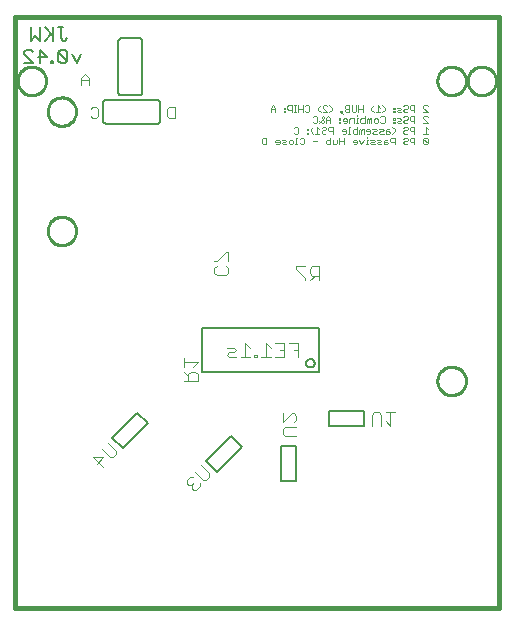
<source format=gbo>
G75*
%MOIN*%
%OFA0B0*%
%FSLAX24Y24*%
%IPPOS*%
%LPD*%
%AMOC8*
5,1,8,0,0,1.08239X$1,22.5*
%
%ADD10C,0.0160*%
%ADD11C,0.0060*%
%ADD12C,0.0030*%
%ADD13C,0.0020*%
%ADD14C,0.0100*%
%ADD15C,0.0080*%
%ADD16C,0.0040*%
%ADD17C,0.0050*%
D10*
X002254Y004003D02*
X018396Y004003D01*
X018396Y023688D01*
X002254Y023688D01*
X002254Y004003D01*
D11*
X005301Y020138D02*
X007001Y020138D01*
X007018Y020140D01*
X007035Y020144D01*
X007051Y020151D01*
X007065Y020161D01*
X007078Y020174D01*
X007088Y020188D01*
X007095Y020204D01*
X007099Y020221D01*
X007101Y020238D01*
X007101Y020838D01*
X007099Y020855D01*
X007095Y020872D01*
X007088Y020888D01*
X007078Y020902D01*
X007065Y020915D01*
X007051Y020925D01*
X007035Y020932D01*
X007018Y020936D01*
X007001Y020938D01*
X005301Y020938D01*
X005284Y020936D01*
X005267Y020932D01*
X005251Y020925D01*
X005237Y020915D01*
X005224Y020902D01*
X005214Y020888D01*
X005207Y020872D01*
X005203Y020855D01*
X005201Y020838D01*
X005201Y020238D01*
X005203Y020221D01*
X005207Y020204D01*
X005214Y020188D01*
X005224Y020174D01*
X005237Y020161D01*
X005251Y020151D01*
X005267Y020144D01*
X005284Y020140D01*
X005301Y020138D01*
X005812Y021084D02*
X006412Y021084D01*
X006429Y021086D01*
X006446Y021090D01*
X006462Y021097D01*
X006476Y021107D01*
X006489Y021120D01*
X006499Y021134D01*
X006506Y021150D01*
X006510Y021167D01*
X006512Y021184D01*
X006512Y022884D01*
X006510Y022901D01*
X006506Y022918D01*
X006499Y022934D01*
X006489Y022948D01*
X006476Y022961D01*
X006462Y022971D01*
X006446Y022978D01*
X006429Y022982D01*
X006412Y022984D01*
X005812Y022984D01*
X005795Y022982D01*
X005778Y022978D01*
X005762Y022971D01*
X005748Y022961D01*
X005735Y022948D01*
X005725Y022934D01*
X005718Y022918D01*
X005714Y022901D01*
X005712Y022884D01*
X005712Y021184D01*
X005714Y021167D01*
X005718Y021150D01*
X005725Y021134D01*
X005735Y021120D01*
X005748Y021107D01*
X005762Y021097D01*
X005778Y021090D01*
X005795Y021086D01*
X005812Y021084D01*
X004323Y022153D02*
X004176Y022447D01*
X004009Y022520D02*
X004009Y022227D01*
X003716Y022520D01*
X003716Y022227D01*
X003789Y022153D01*
X003936Y022153D01*
X004009Y022227D01*
X004009Y022520D02*
X003936Y022594D01*
X003789Y022594D01*
X003716Y022520D01*
X003549Y022227D02*
X003476Y022227D01*
X003476Y022153D01*
X003549Y022153D01*
X003549Y022227D01*
X003319Y022373D02*
X003025Y022373D01*
X002858Y022520D02*
X002785Y022594D01*
X002638Y022594D01*
X002565Y022520D01*
X002565Y022447D01*
X002858Y022153D01*
X002565Y022153D01*
X003099Y022153D02*
X003099Y022594D01*
X003319Y022373D01*
X003255Y022903D02*
X003476Y023123D01*
X003549Y023050D02*
X003255Y023344D01*
X003089Y023344D02*
X003089Y022903D01*
X002942Y023050D01*
X002795Y022903D01*
X002795Y023344D01*
X003549Y023344D02*
X003549Y022903D01*
X003789Y022977D02*
X003789Y023344D01*
X003716Y023344D02*
X003863Y023344D01*
X003789Y022977D02*
X003863Y022903D01*
X003936Y022903D01*
X004009Y022977D01*
X004470Y022447D02*
X004323Y022153D01*
D12*
X004596Y021790D02*
X004472Y021666D01*
X004472Y021420D01*
X004472Y021605D02*
X004719Y021605D01*
X004719Y021666D02*
X004719Y021420D01*
X004719Y021666D02*
X004596Y021790D01*
X004849Y020687D02*
X004972Y020687D01*
X005034Y020626D01*
X005034Y020379D01*
X004972Y020317D01*
X004849Y020317D01*
X004787Y020379D01*
X004787Y020626D02*
X004849Y020687D01*
X007346Y020626D02*
X007346Y020379D01*
X007408Y020317D01*
X007593Y020317D01*
X007593Y020687D01*
X007408Y020687D01*
X007346Y020626D01*
D13*
X010499Y019630D02*
X010536Y019666D01*
X010646Y019666D01*
X010646Y019446D01*
X010536Y019446D01*
X010499Y019483D01*
X010499Y019630D01*
X010941Y019556D02*
X010941Y019519D01*
X011088Y019519D01*
X011088Y019483D02*
X011088Y019556D01*
X011051Y019593D01*
X010978Y019593D01*
X010941Y019556D01*
X010978Y019446D02*
X011051Y019446D01*
X011088Y019483D01*
X011162Y019483D02*
X011199Y019519D01*
X011272Y019519D01*
X011309Y019556D01*
X011272Y019593D01*
X011162Y019593D01*
X011162Y019483D02*
X011199Y019446D01*
X011309Y019446D01*
X011383Y019483D02*
X011383Y019556D01*
X011420Y019593D01*
X011493Y019593D01*
X011530Y019556D01*
X011530Y019483D01*
X011493Y019446D01*
X011420Y019446D01*
X011383Y019483D01*
X011604Y019446D02*
X011677Y019446D01*
X011641Y019446D02*
X011641Y019666D01*
X011677Y019666D01*
X011751Y019630D02*
X011788Y019666D01*
X011862Y019666D01*
X011898Y019630D01*
X011898Y019483D01*
X011862Y019446D01*
X011788Y019446D01*
X011751Y019483D01*
X011677Y019806D02*
X011604Y019806D01*
X011567Y019843D01*
X011677Y019806D02*
X011714Y019843D01*
X011714Y019990D01*
X011677Y020026D01*
X011604Y020026D01*
X011567Y019990D01*
X012009Y019953D02*
X012009Y019916D01*
X012046Y019916D01*
X012046Y019953D01*
X012009Y019953D01*
X012009Y019843D02*
X012009Y019806D01*
X012046Y019806D01*
X012046Y019843D01*
X012009Y019843D01*
X012119Y019879D02*
X012119Y019953D01*
X012193Y020026D01*
X012230Y020166D02*
X012193Y020203D01*
X012230Y020166D02*
X012304Y020166D01*
X012340Y020203D01*
X012340Y020350D01*
X012304Y020386D01*
X012230Y020386D01*
X012193Y020350D01*
X012046Y020526D02*
X011972Y020526D01*
X011936Y020563D01*
X011861Y020526D02*
X011861Y020746D01*
X011936Y020710D02*
X011972Y020746D01*
X012046Y020746D01*
X012082Y020710D01*
X012082Y020563D01*
X012046Y020526D01*
X011861Y020636D02*
X011715Y020636D01*
X011715Y020746D02*
X011715Y020526D01*
X011640Y020526D02*
X011567Y020526D01*
X011604Y020526D02*
X011604Y020746D01*
X011640Y020746D02*
X011567Y020746D01*
X011493Y020746D02*
X011383Y020746D01*
X011346Y020710D01*
X011346Y020636D01*
X011383Y020599D01*
X011493Y020599D01*
X011493Y020526D02*
X011493Y020746D01*
X011272Y020673D02*
X011272Y020636D01*
X011235Y020636D01*
X011235Y020673D01*
X011272Y020673D01*
X011272Y020563D02*
X011272Y020526D01*
X011235Y020526D01*
X011235Y020563D01*
X011272Y020563D01*
X010941Y020526D02*
X010941Y020673D01*
X010867Y020746D01*
X010794Y020673D01*
X010794Y020526D01*
X010794Y020636D02*
X010941Y020636D01*
X012119Y019879D02*
X012193Y019806D01*
X012267Y019806D02*
X012414Y019806D01*
X012340Y019806D02*
X012340Y020026D01*
X012414Y019953D01*
X012488Y019990D02*
X012525Y020026D01*
X012598Y020026D01*
X012635Y019990D01*
X012635Y019953D01*
X012598Y019916D01*
X012525Y019916D01*
X012488Y019879D01*
X012488Y019843D01*
X012525Y019806D01*
X012598Y019806D01*
X012635Y019843D01*
X012709Y019916D02*
X012709Y019990D01*
X012746Y020026D01*
X012856Y020026D01*
X012856Y019806D01*
X012856Y019879D02*
X012746Y019879D01*
X012709Y019916D01*
X012782Y019666D02*
X012782Y019446D01*
X012672Y019446D01*
X012635Y019483D01*
X012635Y019556D01*
X012672Y019593D01*
X012782Y019593D01*
X012856Y019593D02*
X012856Y019446D01*
X012966Y019446D01*
X013003Y019483D01*
X013003Y019593D01*
X013077Y019556D02*
X013224Y019556D01*
X013224Y019446D02*
X013224Y019666D01*
X013188Y019806D02*
X013261Y019806D01*
X013298Y019843D01*
X013298Y019916D01*
X013261Y019953D01*
X013188Y019953D01*
X013151Y019916D01*
X013151Y019879D01*
X013298Y019879D01*
X013372Y019806D02*
X013445Y019806D01*
X013408Y019806D02*
X013408Y020026D01*
X013445Y020026D01*
X013519Y019916D02*
X013556Y019953D01*
X013666Y019953D01*
X013666Y020026D02*
X013666Y019806D01*
X013556Y019806D01*
X013519Y019843D01*
X013519Y019916D01*
X013740Y019916D02*
X013777Y019953D01*
X013814Y019916D01*
X013814Y019806D01*
X013887Y019806D02*
X013887Y019953D01*
X013850Y019953D01*
X013814Y019916D01*
X013740Y019916D02*
X013740Y019806D01*
X013740Y019593D02*
X013814Y019446D01*
X013887Y019593D01*
X013998Y019593D02*
X013998Y019446D01*
X014034Y019446D02*
X013961Y019446D01*
X013998Y019593D02*
X014034Y019593D01*
X014109Y019593D02*
X014219Y019593D01*
X014255Y019556D01*
X014219Y019519D01*
X014145Y019519D01*
X014109Y019483D01*
X014145Y019446D01*
X014255Y019446D01*
X014330Y019483D02*
X014366Y019519D01*
X014440Y019519D01*
X014476Y019556D01*
X014440Y019593D01*
X014330Y019593D01*
X014330Y019483D02*
X014366Y019446D01*
X014476Y019446D01*
X014551Y019446D02*
X014661Y019446D01*
X014697Y019483D01*
X014661Y019519D01*
X014551Y019519D01*
X014551Y019556D02*
X014551Y019446D01*
X014551Y019556D02*
X014587Y019593D01*
X014661Y019593D01*
X014772Y019630D02*
X014772Y019556D01*
X014808Y019519D01*
X014918Y019519D01*
X014918Y019446D02*
X014918Y019666D01*
X014808Y019666D01*
X014772Y019630D01*
X014734Y019806D02*
X014771Y019843D01*
X014734Y019879D01*
X014624Y019879D01*
X014624Y019916D02*
X014624Y019806D01*
X014734Y019806D01*
X014845Y019806D02*
X014918Y019879D01*
X014918Y019953D01*
X014845Y020026D01*
X014734Y019953D02*
X014661Y019953D01*
X014624Y019916D01*
X014550Y019916D02*
X014513Y019953D01*
X014403Y019953D01*
X014440Y019879D02*
X014403Y019843D01*
X014440Y019806D01*
X014550Y019806D01*
X014513Y019879D02*
X014550Y019916D01*
X014513Y019879D02*
X014440Y019879D01*
X014329Y019916D02*
X014292Y019953D01*
X014182Y019953D01*
X014219Y019879D02*
X014182Y019843D01*
X014219Y019806D01*
X014329Y019806D01*
X014292Y019879D02*
X014329Y019916D01*
X014292Y019879D02*
X014219Y019879D01*
X014108Y019879D02*
X013961Y019879D01*
X013961Y019916D01*
X013998Y019953D01*
X014071Y019953D01*
X014108Y019916D01*
X014108Y019843D01*
X014071Y019806D01*
X013998Y019806D01*
X013998Y019703D02*
X013998Y019666D01*
X013666Y019556D02*
X013629Y019593D01*
X013556Y019593D01*
X013519Y019556D01*
X013519Y019519D01*
X013666Y019519D01*
X013666Y019483D02*
X013666Y019556D01*
X013666Y019483D02*
X013629Y019446D01*
X013556Y019446D01*
X013077Y019446D02*
X013077Y019666D01*
X013077Y020166D02*
X013114Y020166D01*
X013114Y020203D01*
X013077Y020203D01*
X013077Y020166D01*
X013077Y020276D02*
X013114Y020276D01*
X013114Y020313D01*
X013077Y020313D01*
X013077Y020276D01*
X013188Y020276D02*
X013188Y020239D01*
X013335Y020239D01*
X013335Y020203D02*
X013335Y020276D01*
X013298Y020313D01*
X013225Y020313D01*
X013188Y020276D01*
X013225Y020166D02*
X013298Y020166D01*
X013335Y020203D01*
X013409Y020166D02*
X013409Y020276D01*
X013446Y020313D01*
X013556Y020313D01*
X013556Y020166D01*
X013630Y020166D02*
X013703Y020166D01*
X013666Y020166D02*
X013666Y020313D01*
X013703Y020313D01*
X013666Y020386D02*
X013666Y020423D01*
X013703Y020526D02*
X013703Y020746D01*
X013629Y020746D02*
X013629Y020563D01*
X013593Y020526D01*
X013519Y020526D01*
X013483Y020563D01*
X013483Y020746D01*
X013408Y020746D02*
X013408Y020526D01*
X013298Y020526D01*
X013262Y020563D01*
X013262Y020599D01*
X013298Y020636D01*
X013408Y020636D01*
X013298Y020636D02*
X013262Y020673D01*
X013262Y020710D01*
X013298Y020746D01*
X013408Y020746D01*
X013151Y020563D02*
X013151Y020526D01*
X013114Y020526D01*
X013114Y020563D01*
X013151Y020563D01*
X013114Y020526D02*
X013187Y020453D01*
X012819Y020599D02*
X012819Y020673D01*
X012746Y020746D01*
X012672Y020710D02*
X012635Y020746D01*
X012562Y020746D01*
X012525Y020710D01*
X012525Y020673D01*
X012672Y020526D01*
X012525Y020526D01*
X012451Y020526D02*
X012377Y020599D01*
X012377Y020673D01*
X012451Y020746D01*
X012524Y020386D02*
X012561Y020350D01*
X012561Y020313D01*
X012414Y020166D01*
X012414Y020239D02*
X012488Y020166D01*
X012524Y020166D01*
X012561Y020203D01*
X012561Y020239D01*
X012488Y020313D01*
X012488Y020350D01*
X012524Y020386D01*
X012635Y020313D02*
X012635Y020166D01*
X012635Y020276D02*
X012782Y020276D01*
X012782Y020313D02*
X012709Y020386D01*
X012635Y020313D01*
X012782Y020313D02*
X012782Y020166D01*
X012746Y020526D02*
X012819Y020599D01*
X012340Y019556D02*
X012193Y019556D01*
X013777Y020203D02*
X013814Y020166D01*
X013924Y020166D01*
X013924Y020386D01*
X013924Y020313D02*
X013814Y020313D01*
X013777Y020276D01*
X013777Y020203D01*
X013998Y020166D02*
X013998Y020276D01*
X014035Y020313D01*
X014072Y020276D01*
X014072Y020166D01*
X014145Y020166D02*
X014145Y020313D01*
X014108Y020313D01*
X014072Y020276D01*
X014219Y020276D02*
X014256Y020313D01*
X014329Y020313D01*
X014366Y020276D01*
X014366Y020203D01*
X014329Y020166D01*
X014256Y020166D01*
X014219Y020203D01*
X014219Y020276D01*
X014440Y020203D02*
X014477Y020166D01*
X014550Y020166D01*
X014587Y020203D01*
X014587Y020350D01*
X014550Y020386D01*
X014477Y020386D01*
X014440Y020350D01*
X014440Y020526D02*
X014293Y020526D01*
X014366Y020526D02*
X014366Y020746D01*
X014440Y020673D01*
X014514Y020746D02*
X014587Y020673D01*
X014587Y020599D01*
X014514Y020526D01*
X014219Y020526D02*
X014145Y020599D01*
X014145Y020673D01*
X014219Y020746D01*
X013850Y020746D02*
X013850Y020526D01*
X013850Y020636D02*
X013703Y020636D01*
X014882Y020636D02*
X014918Y020636D01*
X014918Y020673D01*
X014882Y020673D01*
X014882Y020636D01*
X014882Y020563D02*
X014882Y020526D01*
X014918Y020526D01*
X014918Y020563D01*
X014882Y020563D01*
X014993Y020563D02*
X015029Y020599D01*
X015103Y020599D01*
X015139Y020636D01*
X015103Y020673D01*
X014993Y020673D01*
X014993Y020563D02*
X015029Y020526D01*
X015139Y020526D01*
X015214Y020563D02*
X015250Y020526D01*
X015324Y020526D01*
X015360Y020563D01*
X015324Y020636D02*
X015250Y020636D01*
X015214Y020599D01*
X015214Y020563D01*
X015324Y020636D02*
X015360Y020673D01*
X015360Y020710D01*
X015324Y020746D01*
X015250Y020746D01*
X015214Y020710D01*
X015435Y020710D02*
X015435Y020636D01*
X015471Y020599D01*
X015581Y020599D01*
X015581Y020526D02*
X015581Y020746D01*
X015471Y020746D01*
X015435Y020710D01*
X015471Y020386D02*
X015435Y020350D01*
X015435Y020276D01*
X015471Y020239D01*
X015581Y020239D01*
X015581Y020166D02*
X015581Y020386D01*
X015471Y020386D01*
X015360Y020350D02*
X015360Y020313D01*
X015324Y020276D01*
X015250Y020276D01*
X015214Y020239D01*
X015214Y020203D01*
X015250Y020166D01*
X015324Y020166D01*
X015360Y020203D01*
X015360Y020350D02*
X015324Y020386D01*
X015250Y020386D01*
X015214Y020350D01*
X015139Y020276D02*
X015103Y020313D01*
X014993Y020313D01*
X014918Y020313D02*
X014918Y020276D01*
X014882Y020276D01*
X014882Y020313D01*
X014918Y020313D01*
X014918Y020203D02*
X014918Y020166D01*
X014882Y020166D01*
X014882Y020203D01*
X014918Y020203D01*
X014993Y020203D02*
X015029Y020239D01*
X015103Y020239D01*
X015139Y020276D01*
X015139Y020166D02*
X015029Y020166D01*
X014993Y020203D01*
X015214Y019990D02*
X015250Y020026D01*
X015324Y020026D01*
X015360Y019990D01*
X015360Y019953D01*
X015324Y019916D01*
X015250Y019916D01*
X015214Y019879D01*
X015214Y019843D01*
X015250Y019806D01*
X015324Y019806D01*
X015360Y019843D01*
X015435Y019916D02*
X015435Y019990D01*
X015471Y020026D01*
X015581Y020026D01*
X015581Y019806D01*
X015581Y019879D02*
X015471Y019879D01*
X015435Y019916D01*
X015471Y019666D02*
X015435Y019630D01*
X015435Y019556D01*
X015471Y019519D01*
X015581Y019519D01*
X015581Y019446D02*
X015581Y019666D01*
X015471Y019666D01*
X015360Y019630D02*
X015360Y019593D01*
X015324Y019556D01*
X015250Y019556D01*
X015214Y019519D01*
X015214Y019483D01*
X015250Y019446D01*
X015324Y019446D01*
X015360Y019483D01*
X015360Y019630D02*
X015324Y019666D01*
X015250Y019666D01*
X015214Y019630D01*
X015877Y019630D02*
X016023Y019483D01*
X015987Y019446D01*
X015913Y019446D01*
X015877Y019483D01*
X015877Y019630D01*
X015913Y019666D01*
X015987Y019666D01*
X016023Y019630D01*
X016023Y019483D01*
X016023Y019806D02*
X015877Y019806D01*
X015950Y019806D02*
X015950Y020026D01*
X016023Y019953D01*
X016023Y020166D02*
X015877Y020313D01*
X015877Y020350D01*
X015913Y020386D01*
X015987Y020386D01*
X016023Y020350D01*
X016023Y020526D02*
X015877Y020526D01*
X016023Y020526D02*
X015877Y020673D01*
X015877Y020710D01*
X015913Y020746D01*
X015987Y020746D01*
X016023Y020710D01*
X016023Y020166D02*
X015877Y020166D01*
D14*
X016347Y021562D02*
X016349Y021605D01*
X016355Y021648D01*
X016365Y021690D01*
X016378Y021731D01*
X016395Y021770D01*
X016416Y021808D01*
X016440Y021844D01*
X016467Y021878D01*
X016497Y021908D01*
X016530Y021936D01*
X016566Y021961D01*
X016603Y021983D01*
X016642Y022001D01*
X016683Y022015D01*
X016725Y022026D01*
X016767Y022033D01*
X016810Y022036D01*
X016853Y022035D01*
X016896Y022030D01*
X016938Y022021D01*
X016980Y022009D01*
X017020Y021992D01*
X017058Y021972D01*
X017094Y021949D01*
X017128Y021923D01*
X017160Y021893D01*
X017189Y021861D01*
X017214Y021826D01*
X017237Y021790D01*
X017256Y021751D01*
X017271Y021711D01*
X017283Y021669D01*
X017291Y021627D01*
X017295Y021584D01*
X017295Y021540D01*
X017291Y021497D01*
X017283Y021455D01*
X017271Y021413D01*
X017256Y021373D01*
X017237Y021334D01*
X017214Y021298D01*
X017189Y021263D01*
X017160Y021231D01*
X017128Y021201D01*
X017094Y021175D01*
X017058Y021152D01*
X017020Y021132D01*
X016980Y021115D01*
X016938Y021103D01*
X016896Y021094D01*
X016853Y021089D01*
X016810Y021088D01*
X016767Y021091D01*
X016725Y021098D01*
X016683Y021109D01*
X016642Y021123D01*
X016603Y021141D01*
X016566Y021163D01*
X016530Y021188D01*
X016497Y021216D01*
X016467Y021246D01*
X016440Y021280D01*
X016416Y021316D01*
X016395Y021354D01*
X016378Y021393D01*
X016365Y021434D01*
X016355Y021476D01*
X016349Y021519D01*
X016347Y021562D01*
X017351Y021562D02*
X017353Y021605D01*
X017359Y021648D01*
X017369Y021690D01*
X017382Y021731D01*
X017399Y021770D01*
X017420Y021808D01*
X017444Y021844D01*
X017471Y021878D01*
X017501Y021908D01*
X017534Y021936D01*
X017570Y021961D01*
X017607Y021983D01*
X017646Y022001D01*
X017687Y022015D01*
X017729Y022026D01*
X017771Y022033D01*
X017814Y022036D01*
X017857Y022035D01*
X017900Y022030D01*
X017942Y022021D01*
X017984Y022009D01*
X018024Y021992D01*
X018062Y021972D01*
X018098Y021949D01*
X018132Y021923D01*
X018164Y021893D01*
X018193Y021861D01*
X018218Y021826D01*
X018241Y021790D01*
X018260Y021751D01*
X018275Y021711D01*
X018287Y021669D01*
X018295Y021627D01*
X018299Y021584D01*
X018299Y021540D01*
X018295Y021497D01*
X018287Y021455D01*
X018275Y021413D01*
X018260Y021373D01*
X018241Y021334D01*
X018218Y021298D01*
X018193Y021263D01*
X018164Y021231D01*
X018132Y021201D01*
X018098Y021175D01*
X018062Y021152D01*
X018024Y021132D01*
X017984Y021115D01*
X017942Y021103D01*
X017900Y021094D01*
X017857Y021089D01*
X017814Y021088D01*
X017771Y021091D01*
X017729Y021098D01*
X017687Y021109D01*
X017646Y021123D01*
X017607Y021141D01*
X017570Y021163D01*
X017534Y021188D01*
X017501Y021216D01*
X017471Y021246D01*
X017444Y021280D01*
X017420Y021316D01*
X017399Y021354D01*
X017382Y021393D01*
X017369Y021434D01*
X017359Y021476D01*
X017353Y021519D01*
X017351Y021562D01*
X016347Y011562D02*
X016349Y011605D01*
X016355Y011648D01*
X016365Y011690D01*
X016378Y011731D01*
X016395Y011770D01*
X016416Y011808D01*
X016440Y011844D01*
X016467Y011878D01*
X016497Y011908D01*
X016530Y011936D01*
X016566Y011961D01*
X016603Y011983D01*
X016642Y012001D01*
X016683Y012015D01*
X016725Y012026D01*
X016767Y012033D01*
X016810Y012036D01*
X016853Y012035D01*
X016896Y012030D01*
X016938Y012021D01*
X016980Y012009D01*
X017020Y011992D01*
X017058Y011972D01*
X017094Y011949D01*
X017128Y011923D01*
X017160Y011893D01*
X017189Y011861D01*
X017214Y011826D01*
X017237Y011790D01*
X017256Y011751D01*
X017271Y011711D01*
X017283Y011669D01*
X017291Y011627D01*
X017295Y011584D01*
X017295Y011540D01*
X017291Y011497D01*
X017283Y011455D01*
X017271Y011413D01*
X017256Y011373D01*
X017237Y011334D01*
X017214Y011298D01*
X017189Y011263D01*
X017160Y011231D01*
X017128Y011201D01*
X017094Y011175D01*
X017058Y011152D01*
X017020Y011132D01*
X016980Y011115D01*
X016938Y011103D01*
X016896Y011094D01*
X016853Y011089D01*
X016810Y011088D01*
X016767Y011091D01*
X016725Y011098D01*
X016683Y011109D01*
X016642Y011123D01*
X016603Y011141D01*
X016566Y011163D01*
X016530Y011188D01*
X016497Y011216D01*
X016467Y011246D01*
X016440Y011280D01*
X016416Y011316D01*
X016395Y011354D01*
X016378Y011393D01*
X016365Y011434D01*
X016355Y011476D01*
X016349Y011519D01*
X016347Y011562D01*
X003355Y016562D02*
X003357Y016605D01*
X003363Y016648D01*
X003373Y016690D01*
X003386Y016731D01*
X003403Y016770D01*
X003424Y016808D01*
X003448Y016844D01*
X003475Y016878D01*
X003505Y016908D01*
X003538Y016936D01*
X003574Y016961D01*
X003611Y016983D01*
X003650Y017001D01*
X003691Y017015D01*
X003733Y017026D01*
X003775Y017033D01*
X003818Y017036D01*
X003861Y017035D01*
X003904Y017030D01*
X003946Y017021D01*
X003988Y017009D01*
X004028Y016992D01*
X004066Y016972D01*
X004102Y016949D01*
X004136Y016923D01*
X004168Y016893D01*
X004197Y016861D01*
X004222Y016826D01*
X004245Y016790D01*
X004264Y016751D01*
X004279Y016711D01*
X004291Y016669D01*
X004299Y016627D01*
X004303Y016584D01*
X004303Y016540D01*
X004299Y016497D01*
X004291Y016455D01*
X004279Y016413D01*
X004264Y016373D01*
X004245Y016334D01*
X004222Y016298D01*
X004197Y016263D01*
X004168Y016231D01*
X004136Y016201D01*
X004102Y016175D01*
X004066Y016152D01*
X004028Y016132D01*
X003988Y016115D01*
X003946Y016103D01*
X003904Y016094D01*
X003861Y016089D01*
X003818Y016088D01*
X003775Y016091D01*
X003733Y016098D01*
X003691Y016109D01*
X003650Y016123D01*
X003611Y016141D01*
X003574Y016163D01*
X003538Y016188D01*
X003505Y016216D01*
X003475Y016246D01*
X003448Y016280D01*
X003424Y016316D01*
X003403Y016354D01*
X003386Y016393D01*
X003373Y016434D01*
X003363Y016476D01*
X003357Y016519D01*
X003355Y016562D01*
X003355Y020538D02*
X003357Y020581D01*
X003363Y020624D01*
X003373Y020666D01*
X003386Y020707D01*
X003403Y020746D01*
X003424Y020784D01*
X003448Y020820D01*
X003475Y020854D01*
X003505Y020884D01*
X003538Y020912D01*
X003574Y020937D01*
X003611Y020959D01*
X003650Y020977D01*
X003691Y020991D01*
X003733Y021002D01*
X003775Y021009D01*
X003818Y021012D01*
X003861Y021011D01*
X003904Y021006D01*
X003946Y020997D01*
X003988Y020985D01*
X004028Y020968D01*
X004066Y020948D01*
X004102Y020925D01*
X004136Y020899D01*
X004168Y020869D01*
X004197Y020837D01*
X004222Y020802D01*
X004245Y020766D01*
X004264Y020727D01*
X004279Y020687D01*
X004291Y020645D01*
X004299Y020603D01*
X004303Y020560D01*
X004303Y020516D01*
X004299Y020473D01*
X004291Y020431D01*
X004279Y020389D01*
X004264Y020349D01*
X004245Y020310D01*
X004222Y020274D01*
X004197Y020239D01*
X004168Y020207D01*
X004136Y020177D01*
X004102Y020151D01*
X004066Y020128D01*
X004028Y020108D01*
X003988Y020091D01*
X003946Y020079D01*
X003904Y020070D01*
X003861Y020065D01*
X003818Y020064D01*
X003775Y020067D01*
X003733Y020074D01*
X003691Y020085D01*
X003650Y020099D01*
X003611Y020117D01*
X003574Y020139D01*
X003538Y020164D01*
X003505Y020192D01*
X003475Y020222D01*
X003448Y020256D01*
X003424Y020292D01*
X003403Y020330D01*
X003386Y020369D01*
X003373Y020410D01*
X003363Y020452D01*
X003357Y020495D01*
X003355Y020538D01*
X002351Y021562D02*
X002353Y021605D01*
X002359Y021648D01*
X002369Y021690D01*
X002382Y021731D01*
X002399Y021770D01*
X002420Y021808D01*
X002444Y021844D01*
X002471Y021878D01*
X002501Y021908D01*
X002534Y021936D01*
X002570Y021961D01*
X002607Y021983D01*
X002646Y022001D01*
X002687Y022015D01*
X002729Y022026D01*
X002771Y022033D01*
X002814Y022036D01*
X002857Y022035D01*
X002900Y022030D01*
X002942Y022021D01*
X002984Y022009D01*
X003024Y021992D01*
X003062Y021972D01*
X003098Y021949D01*
X003132Y021923D01*
X003164Y021893D01*
X003193Y021861D01*
X003218Y021826D01*
X003241Y021790D01*
X003260Y021751D01*
X003275Y021711D01*
X003287Y021669D01*
X003295Y021627D01*
X003299Y021584D01*
X003299Y021540D01*
X003295Y021497D01*
X003287Y021455D01*
X003275Y021413D01*
X003260Y021373D01*
X003241Y021334D01*
X003218Y021298D01*
X003193Y021263D01*
X003164Y021231D01*
X003132Y021201D01*
X003098Y021175D01*
X003062Y021152D01*
X003024Y021132D01*
X002984Y021115D01*
X002942Y021103D01*
X002900Y021094D01*
X002857Y021089D01*
X002814Y021088D01*
X002771Y021091D01*
X002729Y021098D01*
X002687Y021109D01*
X002646Y021123D01*
X002607Y021141D01*
X002570Y021163D01*
X002534Y021188D01*
X002501Y021216D01*
X002471Y021246D01*
X002444Y021280D01*
X002420Y021316D01*
X002399Y021354D01*
X002382Y021393D01*
X002369Y021434D01*
X002359Y021476D01*
X002353Y021519D01*
X002351Y021562D01*
D15*
X008509Y013315D02*
X008509Y011859D01*
X012407Y011859D01*
X012407Y013315D01*
X012399Y013315D02*
X008509Y013315D01*
X011970Y012154D02*
X011972Y012177D01*
X011978Y012200D01*
X011987Y012222D01*
X012000Y012241D01*
X012016Y012258D01*
X012034Y012273D01*
X012055Y012284D01*
X012077Y012292D01*
X012100Y012296D01*
X012124Y012296D01*
X012147Y012292D01*
X012169Y012284D01*
X012190Y012273D01*
X012208Y012258D01*
X012224Y012241D01*
X012237Y012222D01*
X012246Y012200D01*
X012252Y012177D01*
X012254Y012154D01*
X012252Y012131D01*
X012246Y012108D01*
X012237Y012086D01*
X012224Y012067D01*
X012208Y012050D01*
X012190Y012035D01*
X012169Y012024D01*
X012147Y012016D01*
X012124Y012012D01*
X012100Y012012D01*
X012077Y012016D01*
X012055Y012024D01*
X012034Y012035D01*
X012016Y012050D01*
X012000Y012067D01*
X011987Y012086D01*
X011978Y012108D01*
X011972Y012131D01*
X011970Y012154D01*
D16*
X011704Y012357D02*
X011704Y012817D01*
X011397Y012817D01*
X011244Y012817D02*
X011244Y012357D01*
X010937Y012357D01*
X010784Y012357D02*
X010477Y012357D01*
X010630Y012357D02*
X010630Y012817D01*
X010784Y012664D01*
X010937Y012817D02*
X011244Y012817D01*
X011244Y012587D02*
X011090Y012587D01*
X011551Y012587D02*
X011704Y012587D01*
X010323Y012434D02*
X010246Y012434D01*
X010246Y012357D01*
X010323Y012357D01*
X010323Y012434D01*
X010093Y012357D02*
X009786Y012357D01*
X009633Y012357D02*
X009402Y012357D01*
X009326Y012434D01*
X009402Y012510D01*
X009556Y012510D01*
X009633Y012587D01*
X009556Y012664D01*
X009326Y012664D01*
X009939Y012817D02*
X009939Y012357D01*
X010093Y012664D02*
X009939Y012817D01*
X008352Y012182D02*
X008199Y012029D01*
X008276Y011875D02*
X008122Y011875D01*
X008045Y011798D01*
X008045Y011568D01*
X007892Y011568D02*
X008352Y011568D01*
X008352Y011798D01*
X008276Y011875D01*
X008045Y011722D02*
X007892Y011875D01*
X007892Y012029D02*
X007892Y012336D01*
X007892Y012182D02*
X008352Y012182D01*
X008988Y015098D02*
X008912Y015175D01*
X008912Y015328D01*
X008988Y015405D01*
X008988Y015559D02*
X008912Y015559D01*
X008988Y015559D02*
X009295Y015866D01*
X009372Y015866D01*
X009372Y015559D01*
X009295Y015405D02*
X009372Y015328D01*
X009372Y015175D01*
X009295Y015098D01*
X008988Y015098D01*
X011638Y015300D02*
X011945Y014993D01*
X011945Y014917D01*
X012098Y014917D02*
X012252Y015070D01*
X012175Y015070D02*
X012405Y015070D01*
X012405Y014917D02*
X012405Y015377D01*
X012175Y015377D01*
X012098Y015300D01*
X012098Y015147D01*
X012175Y015070D01*
X011945Y015377D02*
X011638Y015377D01*
X011638Y015300D01*
X011567Y010484D02*
X011644Y010407D01*
X011644Y010253D01*
X011567Y010177D01*
X011644Y010023D02*
X011260Y010023D01*
X011183Y009947D01*
X011183Y009793D01*
X011260Y009716D01*
X011644Y009716D01*
X011183Y010177D02*
X011490Y010484D01*
X011567Y010484D01*
X011183Y010484D02*
X011183Y010177D01*
X008749Y008481D02*
X008749Y008372D01*
X008640Y008264D01*
X008532Y008264D01*
X008261Y008535D01*
X008206Y008372D02*
X008098Y008372D01*
X007989Y008264D01*
X007989Y008155D01*
X008044Y008101D01*
X008152Y008101D01*
X008152Y007992D01*
X008206Y007938D01*
X008315Y007938D01*
X008423Y008047D01*
X008423Y008155D01*
X008206Y008155D02*
X008152Y008101D01*
X008749Y008481D02*
X008478Y008752D01*
X005639Y009120D02*
X005530Y009012D01*
X005422Y009012D01*
X005150Y009283D01*
X005205Y009012D02*
X004879Y009012D01*
X005205Y008686D01*
X004988Y008795D02*
X005205Y009012D01*
X005639Y009120D02*
X005639Y009229D01*
X005367Y009500D01*
X014164Y010058D02*
X014164Y010442D01*
X014240Y010518D01*
X014394Y010518D01*
X014470Y010442D01*
X014470Y010058D01*
X014624Y010211D02*
X014777Y010058D01*
X014777Y010518D01*
X014624Y010518D02*
X014931Y010518D01*
D17*
X013907Y010558D02*
X013907Y010046D01*
X012726Y010046D01*
X012726Y010558D01*
X013907Y010558D01*
X011644Y009397D02*
X011644Y008216D01*
X011132Y008216D01*
X011132Y009397D01*
X011644Y009397D01*
X009821Y009358D02*
X008986Y008523D01*
X008624Y008884D01*
X009459Y009720D01*
X009821Y009358D01*
X006711Y010145D02*
X005875Y009310D01*
X005514Y009672D01*
X006349Y010507D01*
X006711Y010145D01*
M02*

</source>
